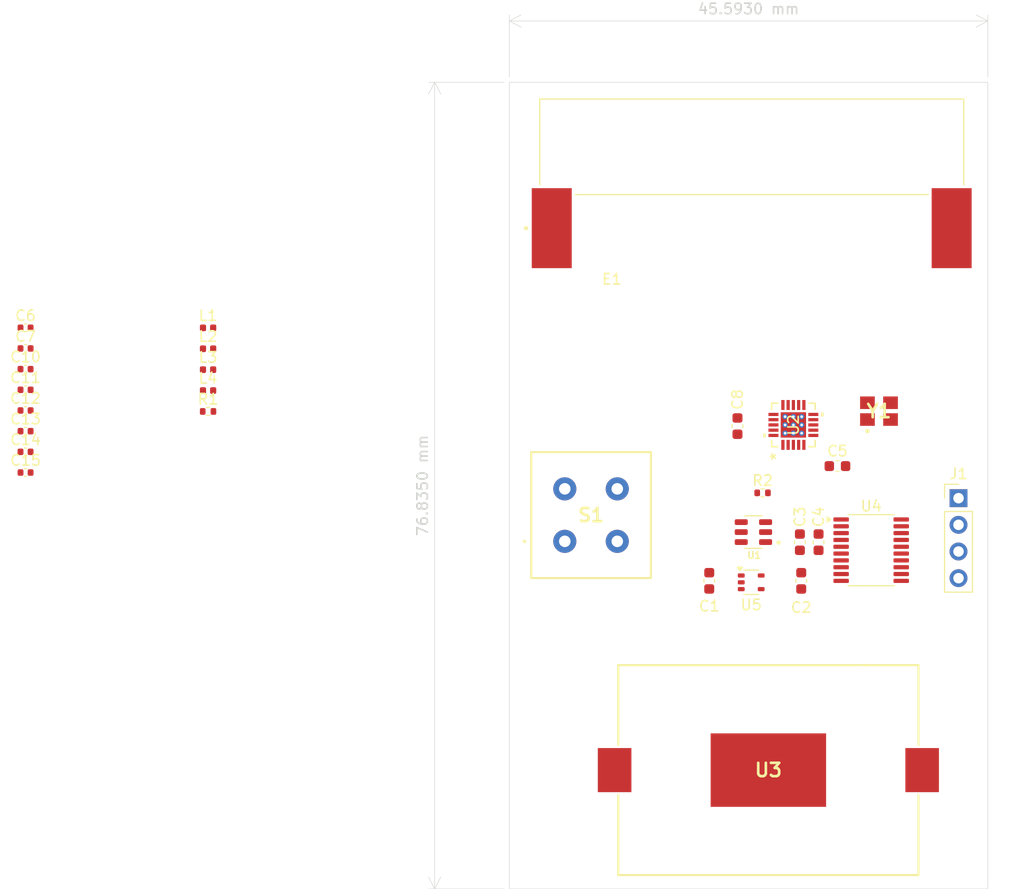
<source format=kicad_pcb>
(kicad_pcb (version 20240108) (generator "pcbnew") (generator_version "8.0")
  (layers (0 "F.Cu" signal) (31 "B.Cu" signal) (34 "B.Paste" user) (35 "F.Paste" user) (36 "B.SilkS" user "B.Silkscreen") (37 "F.SilkS" user "F.Silkscreen") (38 "B.Mask" user) (39 "F.Mask" user) (44 "Edge.Cuts" user))
  (net 0 "")
  (net 1 "+3V0")
  (net 2 "GND")
  (net 3 "VDD")
  (net 4 "Net-(U2-DCOUPL)")
  (net 5 "OSC_IN")
  (net 6 "OSC_OUT")
  (net 7 "Net-(C10-Pad1)")
  (net 8 "Net-(C10-Pad2)")
  (net 9 "RF_N")
  (net 10 "Net-(C13-Pad2)")
  (net 11 "Net-(C14-Pad1)")
  (net 12 "RF_P")
  (net 13 "Net-(C15-Pad2)")
  (net 14 "Net-(U1-OUT)")
  (net 16 "RBIAS")
  (net 17 "3V_Button")
  (net 20 "SPI_MOSI")
  (net 21 "GDO0")
  (net 22 "GDO2")
  (net 24 "SPI_MISO")
  (net 25 "PWR_DWN")
  (net 26 "SWCLK")
  (net 27 "SPI_NSS")
  (net 35 "SWDIO")
  (net 36 "SPI_SCLK")
  (footprint "Capacitor_SMD:C_0603_1608Metric" (layer "F.Cu") (at 175.26 89.662 -90)
    (property "Reference" "C2" (at 2.54 0 180) (layer "F.SilkS"))
    (property "Value" "1uF")
    (fp_line (start -0.14058 0.51) (end 0.14058 0.51) (stroke (width 0.12)) (layer "F.SilkS"))
    (fp_line (start -0.14058 -0.51) (end 0.14058 -0.51) (stroke (width 0.12)) (layer "F.SilkS"))
    (pad "1" smd roundrect (at -0.775 0 270) (size 0.9 0.95) (layers "F.Cu" "F.Paste" "F.Mask") (net 3 "VDD"))
    (pad "2" smd roundrect (at 0.775 0 270) (size 0.9 0.95) (layers "F.Cu" "F.Paste" "F.Mask") (net 2 "GND"))
  )
  (footprint "Inductor_SMD:L_0402_1005Metric" (layer "F.Cu") (at 118.748 67.553)
    (property "Reference" "L2" (at 0 -1.17 0) (layer "F.SilkS"))
    (property "Value" "18nH")
    (pad "1" smd roundrect (at -0.485 0) (size 0.59 0.64) (layers "F.Cu" "F.Paste" "F.Mask") (net 11 "Net-(C14-Pad1)"))
    (pad "2" smd roundrect (at 0.485 0) (size 0.59 0.64) (layers "F.Cu" "F.Paste" "F.Mask") (net 13 "Net-(C15-Pad2)"))
  )
  (footprint "Capacitor_SMD:C_0402_1005Metric" (layer "F.Cu") (at 101.358 71.463)
    (property "Reference" "C11" (at 0 -1.16 0) (layer "F.SilkS"))
    (property "Value" "6.8pF")
    (fp_line (start -0.107836 -0.36) (end 0.107836 -0.36) (stroke (width 0.12)) (layer "F.SilkS"))
    (fp_line (start -0.107836 0.36) (end 0.107836 0.36) (stroke (width 0.12)) (layer "F.SilkS"))
    (pad "1" smd roundrect (at -0.48 0) (size 0.56 0.62) (layers "F.Cu" "F.Paste" "F.Mask") (net 2 "GND"))
    (pad "2" smd roundrect (at 0.48 0) (size 0.56 0.62) (layers "F.Cu" "F.Paste" "F.Mask") (net 7 "Net-(C10-Pad1)"))
  )
  (footprint "Inductor_SMD:L_0402_1005Metric" (layer "F.Cu") (at 118.748 65.563)
    (property "Reference" "L1" (at 0 -1.17 0) (layer "F.SilkS"))
    (property "Value" "33nH")
    (pad "1" smd roundrect (at -0.485 0) (size 0.59 0.64) (layers "F.Cu" "F.Paste" "F.Mask") (net 9 "RF_N"))
    (pad "2" smd roundrect (at 0.485 0) (size 0.59 0.64) (layers "F.Cu" "F.Paste" "F.Mask") (net 11 "Net-(C14-Pad1)"))
  )
  (footprint "Capacitor_SMD:C_0603_1608Metric" (layer "F.Cu") (at 175.133 85.979 -90)
    (property "Reference" "C3" (at -2.413 0 90) (layer "F.SilkS"))
    (property "Value" "0.1uF")
    (fp_line (start -0.14058 0.51) (end 0.14058 0.51) (stroke (width 0.12)) (layer "F.SilkS"))
    (fp_line (start -0.14058 -0.51) (end 0.14058 -0.51) (stroke (width 0.12)) (layer "F.SilkS"))
    (pad "1" smd roundrect (at -0.775 0 270) (size 0.9 0.95) (layers "F.Cu" "F.Paste" "F.Mask") (net 3 "VDD"))
    (pad "2" smd roundrect (at 0.775 0 270) (size 0.9 0.95) (layers "F.Cu" "F.Paste" "F.Mask") (net 2 "GND"))
  )
  (footprint "Capacitor_SMD:C_0402_1005Metric" (layer "F.Cu") (at 101.358 77.373)
    (property "Reference" "C14" (at 0 -1.16 0) (layer "F.SilkS"))
    (property "Value" "6.8pF")
    (fp_line (start -0.107836 -0.36) (end 0.107836 -0.36) (stroke (width 0.12)) (layer "F.SilkS"))
    (fp_line (start -0.107836 0.36) (end 0.107836 0.36) (stroke (width 0.12)) (layer "F.SilkS"))
    (pad "1" smd roundrect (at -0.48 0) (size 0.56 0.62) (layers "F.Cu" "F.Paste" "F.Mask") (net 11 "Net-(C14-Pad1)"))
    (pad "2" smd roundrect (at 0.48 0) (size 0.56 0.62) (layers "F.Cu" "F.Paste" "F.Mask") (net 12 "RF_P"))
  )
  (footprint "Capacitor_SMD:C_0402_1005Metric" (layer "F.Cu") (at 101.358 79.343)
    (property "Reference" "C15" (at 0 -1.16 0) (layer "F.SilkS"))
    (property "Value" "12pF")
    (fp_line (start -0.107836 -0.36) (end 0.107836 -0.36) (stroke (width 0.12)) (layer "F.SilkS"))
    (fp_line (start -0.107836 0.36) (end 0.107836 0.36) (stroke (width 0.12)) (layer "F.SilkS"))
    (pad "1" smd roundrect (at -0.48 0) (size 0.56 0.62) (layers "F.Cu" "F.Paste" "F.Mask") (net 2 "GND"))
    (pad "2" smd roundrect (at 0.48 0) (size 0.56 0.62) (layers "F.Cu" "F.Paste" "F.Mask") (net 13 "Net-(C15-Pad2)"))
  )
  (footprint "Resistor_SMD:R_0402_1005Metric" (layer "F.Cu") (at 171.577 81.28)
    (property "Reference" "R2" (at 0 -1.17 0) (layer "F.SilkS"))
    (property "Value" "10k")
    (fp_line (start -0.153641 -0.38) (end 0.153641 -0.38) (stroke (width 0.12)) (layer "F.SilkS"))
    (fp_line (start -0.153641 0.38) (end 0.153641 0.38) (stroke (width 0.12)) (layer "F.SilkS"))
    (pad "1" smd roundrect (at -0.51 0) (size 0.54 0.64) (layers "F.Cu" "F.Paste" "F.Mask") (net 2 "GND"))
    (pad "2" smd roundrect (at 0.51 0) (size 0.54 0.64) (layers "F.Cu" "F.Paste" "F.Mask") (net 25 "PWR_DWN"))
  )
  (footprint "MAX16054AZT_T:SOT95P275X110-6N" (layer "F.Cu") (at 170.705 85.019 180)
    (property "Reference" "U1" (at -0.068 -2.2064 0) (layer "F.SilkS") (effects (font (size 0.64 0.64))))
    (property "Value" "MAX16054AZT_T")
    (fp_line (start -0.83 1.55) (end 0.83 1.55) (stroke (width 0.127)) (layer "F.SilkS"))
    (fp_line (start -0.83 -1.55) (end 0.83 -1.55) (stroke (width 0.127)) (layer "F.SilkS"))
    (fp_circle (center -2.4 -1) (end -2.3 -1) (stroke (width 0.2)) (fill none) (layer "F.SilkS"))
    (pad "1" smd roundrect (at -1.16 -0.95 180) (size 1.24 0.55) (layers "F.Cu" "F.Paste" "F.Mask") (net 17 "3V_Button"))
    (pad "2" smd roundrect (at -1.16 0 180) (size 1.24 0.55) (layers "F.Cu" "F.Paste" "F.Mask") (net 2 "GND"))
    (pad "3" smd roundrect (at -1.16 0.95 180) (size 1.24 0.55) (layers "F.Cu" "F.Paste" "F.Mask") (net 25 "PWR_DWN"))
    (pad "4" smd roundrect (at 1.16 0.95 180) (size 1.24 0.55) (layers "F.Cu" "F.Paste" "F.Mask"))
    (pad "5" smd roundrect (at 1.16 0 180) (size 1.24 0.55) (layers "F.Cu" "F.Paste" "F.Mask") (net 14 "Net-(U1-OUT)"))
    (pad "6" smd roundrect (at 1.16 -0.95 180) (size 1.24 0.55) (layers "F.Cu" "F.Paste" "F.Mask") (net 1 "+3V0"))
  )
  (footprint "SamacSys_Parts:NX3225GA16000MSTDCRG1" (layer "F.Cu") (at 182.669 73.495)
    (property "Reference" "Y1" (at 0 0 0) (layer "F.SilkS") (effects (font (size 1.27 1.27) (thickness 0.254))))
    (property "Value" "NX3225GA-26.000MHZ-EXS00A-CG01972" (hide yes))
    (fp_line (start -1.2 1.9) (end -1.2 1.9) (stroke (width 0.2)) (layer "F.SilkS"))
    (fp_line (start -1 1.9) (end -1 1.9) (stroke (width 0.2)) (layer "F.SilkS"))
    (fp_arc (start -1.2 1.9) (mid -1.1 1.8) (end -1 1.9) (stroke (width 0.2)) (layer "F.SilkS"))
    (fp_arc (start -1 1.9) (mid -1.1 2) (end -1.2 1.9) (stroke (width 0.2)) (layer "F.SilkS"))
    (pad "1" smd rect (at -1.1 0.8 90) (size 1.2 1.4) (layers "F.Cu" "F.Paste" "F.Mask") (net 5 "OSC_IN"))
    (pad "2" smd rect (at 1.1 0.8 90) (size 1.2 1.4) (layers "F.Cu" "F.Paste" "F.Mask") (net 2 "GND"))
    (pad "3" smd rect (at 1.1 -0.8 90) (size 1.2 1.4) (layers "F.Cu" "F.Paste" "F.Mask") (net 6 "OSC_OUT"))
    (pad "4" smd rect (at -1.1 -0.8 90) (size 1.2 1.4) (layers "F.Cu" "F.Paste" "F.Mask") (net 2 "GND"))
  )
  (footprint "Capacitor_SMD:C_0402_1005Metric" (layer "F.Cu") (at 101.358 75.403)
    (property "Reference" "C13" (at 0 -1.16 0) (layer "F.SilkS"))
    (property "Value" "220pF")
    (fp_line (start -0.107836 -0.36) (end 0.107836 -0.36) (stroke (width 0.12)) (layer "F.SilkS"))
    (fp_line (start -0.107836 0.36) (end 0.107836 0.36) (stroke (width 0.12)) (layer "F.SilkS"))
    (pad "1" smd roundrect (at -0.48 0) (size 0.56 0.62) (layers "F.Cu" "F.Paste" "F.Mask") (net 2 "GND"))
    (pad "2" smd roundrect (at 0.48 0) (size 0.56 0.62) (layers "F.Cu" "F.Paste" "F.Mask") (net 10 "Net-(C13-Pad2)"))
  )
  (footprint "Package_SO:TSSOP-20_4.4x6.5mm_P0.65mm" (layer "F.Cu") (at 181.9245 86.741)
    (property "Reference" "U4" (at 0 -4.2 0) (layer "F.SilkS"))
    (property "Value" "STM32C011F4Px")
    (fp_line (start 0 -3.385) (end -2.2 -3.385) (stroke (width 0.12)) (layer "F.SilkS"))
    (fp_line (start 0 -3.385) (end 2.2 -3.385) (stroke (width 0.12)) (layer "F.SilkS"))
    (fp_line (start 0 3.385) (end -2.2 3.385) (stroke (width 0.12)) (layer "F.SilkS"))
    (fp_line (start 0 3.385) (end 2.2 3.385) (stroke (width 0.12)) (layer "F.SilkS"))
    (fp_poly (pts (xy -3.86 -2.925) (xy -4.19 -3.165) (xy -4.19 -2.685) (xy -3.86 -2.925)) (stroke (width 0.12)) (fill solid) (layer "F.SilkS"))
    (pad "1" smd roundrect (at -2.8625 -2.925) (size 1.475 0.4) (layers "F.Cu" "F.Paste" "F.Mask") (net 25 "PWR_DWN"))
    (pad "2" smd roundrect (at -2.8625 -2.275) (size 1.475 0.4) (layers "F.Cu" "F.Paste" "F.Mask"))
    (pad "3" smd roundrect (at -2.8625 -1.625) (size 1.475 0.4) (layers "F.Cu" "F.Paste" "F.Mask"))
    (pad "4" smd roundrect (at -2.8625 -0.975) (size 1.475 0.4) (layers "F.Cu" "F.Paste" "F.Mask") (net 3 "VDD"))
    (pad "5" smd roundrect (at -2.8625 -0.325) (size 1.475 0.4) (layers "F.Cu" "F.Paste" "F.Mask") (net 2 "GND"))
    (pad "6" smd roundrect (at -2.8625 0.325) (size 1.475 0.4) (layers "F.Cu" "F.Paste" "F.Mask"))
    (pad "7" smd roundrect (at -2.8625 0.975) (size 1.475 0.4) (layers "F.Cu" "F.Paste" "F.Mask"))
    (pad "8" smd roundrect (at -2.8625 1.625) (size 1.475 0.4) (layers "F.Cu" "F.Paste" "F.Mask") (net 36 "SPI_SCLK"))
    (pad "9" smd roundrect (at -2.8625 2.275) (size 1.475 0.4) (layers "F.Cu" "F.Paste" "F.Mask") (net 20 "SPI_MOSI"))
    (pad "10" smd roundrect (at -2.8625 2.925) (size 1.475 0.4) (layers "F.Cu" "F.Paste" "F.Mask"))
    (pad "11" smd roundrect (at 2.8625 2.925) (size 1.475 0.4) (layers "F.Cu" "F.Paste" "F.Mask") (net 27 "SPI_NSS"))
    (pad "12" smd roundrect (at 2.8625 2.275) (size 1.475 0.4) (layers "F.Cu" "F.Paste" "F.Mask"))
    (pad "13" smd roundrect (at 2.8625 1.625) (size 1.475 0.4) (layers "F.Cu" "F.Paste" "F.Mask") (net 24 "SPI_MISO"))
    (pad "14" smd roundrect (at 2.8625 0.975) (size 1.475 0.4) (layers "F.Cu" "F.Paste" "F.Mask"))
    (pad "15" smd roundrect (at 2.8625 0.325) (size 1.475 0.4) (layers "F.Cu" "F.Paste" "F.Mask"))
    (pad "16" smd roundrect (at 2.8625 -0.325) (size 1.475 0.4) (layers "F.Cu" "F.Paste" "F.Mask"))
    (pad "17" smd roundrect (at 2.8625 -0.975) (size 1.475 0.4) (layers "F.Cu" "F.Paste" "F.Mask") (net 21 "GDO0"))
    (pad "18" smd roundrect (at 2.8625 -1.625) (size 1.475 0.4) (layers "F.Cu" "F.Paste" "F.Mask") (net 35 "SWDIO"))
    (pad "19" smd roundrect (at 2.8625 -2.275) (size 1.475 0.4) (layers "F.Cu" "F.Paste" "F.Mask") (net 26 "SWCLK"))
    (pad "20" smd roundrect (at 2.8625 -2.925) (size 1.475 0.4) (layers "F.Cu" "F.Paste" "F.Mask") (net 22 "GDO2"))
  )
  (footprint "Inductor_SMD:L_0402_1005Metric" (layer "F.Cu") (at 118.748 71.533)
    (property "Reference" "L4" (at 0 -1.17 0) (layer "F.SilkS"))
    (property "Value" "33nH")
    (pad "1" smd roundrect (at -0.485 0) (size 0.59 0.64) (layers "F.Cu" "F.Paste" "F.Mask") (net 13 "Net-(C15-Pad2)"))
    (pad "2" smd roundrect (at 0.485 0) (size 0.59 0.64) (layers "F.Cu" "F.Paste" "F.Mask") (net 7 "Net-(C10-Pad1)"))
  )
  (footprint "Inductor_SMD:L_0402_1005Metric" (layer "F.Cu") (at 118.748 69.543)
    (property "Reference" "L3" (at 0 -1.17 0) (layer "F.SilkS"))
    (property "Value" "33nH")
    (pad "1" smd roundrect (at -0.485 0) (size 0.59 0.64) (layers "F.Cu" "F.Paste" "F.Mask") (net 10 "Net-(C13-Pad2)"))
    (pad "2" smd roundrect (at 0.485 0) (size 0.59 0.64) (layers "F.Cu" "F.Paste" "F.Mask") (net 12 "RF_P"))
  )
  (footprint "ANT-315-HESM:XDCR_ANT-315-HESM" (layer "F.Cu") (at 170.542 56.061)
    (property "Reference" "E1" (at -13.325 4.865 0) (layer "F.SilkS"))
    (property "Value" "ANT-315-HESM")
    (fp_line (start -20.2 -12.3) (end -20.2 -4.13) (stroke (width 0.127)) (layer "F.SilkS"))
    (fp_line (start -20.2 -12.3) (end 20.2 -12.3) (stroke (width 0.127)) (layer "F.SilkS"))
    (fp_line (start 16.825 -3.2) (end -16.825 -3.2) (stroke (width 0.127)) (layer "F.SilkS"))
    (fp_line (start 20.2 -12.3) (end 20.2 -4.13) (stroke (width 0.127)) (layer "F.SilkS"))
    (fp_circle (center -21.5 0) (end -21.4 0) (stroke (width 0.2)) (fill none) (layer "F.SilkS"))
    (pad "1" smd rect (at -19.05 0) (size 3.81 7.62) (layers "F.Cu" "F.Paste" "F.Mask") (net 8 "Net-(C10-Pad2)"))
    (pad "2" smd rect (at 19.05 0) (size 3.81 7.62) (layers "F.Cu" "F.Paste" "F.Mask"))
  )
  (footprint "Capacitor_SMD:C_0402_1005Metric" (layer "F.Cu") (at 101.358 73.433)
    (property "Reference" "C12" (at 0 -1.16 0) (layer "F.SilkS"))
    (property "Value" "6.8pF")
    (fp_line (start -0.107836 -0.36) (end 0.107836 -0.36) (stroke (width 0.12)) (layer "F.SilkS"))
    (fp_line (start -0.107836 0.36) (end 0.107836 0.36) (stroke (width 0.12)) (layer "F.SilkS"))
    (pad "1" smd roundrect (at -0.48 0) (size 0.56 0.62) (layers "F.Cu" "F.Paste" "F.Mask") (net 9 "RF_N"))
    (pad "2" smd roundrect (at 0.48 0) (size 0.56 0.62) (layers "F.Cu" "F.Paste" "F.Mask") (net 2 "GND"))
  )
  (footprint "Capacitor_SMD:C_0603_1608Metric" (layer "F.Cu") (at 178.711349 78.730351)
    (property "Reference" "C5" (at 0 -1.43 0) (layer "F.SilkS"))
    (property "Value" "0.1uF")
    (fp_line (start -0.14058 -0.51) (end 0.14058 -0.51) (stroke (width 0.12)) (layer "F.SilkS"))
    (fp_line (start -0.14058 0.51) (end 0.14058 0.51) (stroke (width 0.12)) (layer "F.SilkS"))
    (pad "1" smd roundrect (at -0.775 0) (size 0.9 0.95) (layers "F.Cu" "F.Paste" "F.Mask") (net 4 "Net-(U2-DCOUPL)"))
    (pad "2" smd roundrect (at 0.775 0) (size 0.9 0.95) (layers "F.Cu" "F.Paste" "F.Mask") (net 2 "GND"))
  )
  (footprint "Capacitor_SMD:C_0603_1608Metric" (layer "F.Cu") (at 169.186349 74.920351 -90)
    (property "Reference" "C8" (at -2.54 0 90) (layer "F.SilkS"))
    (property "Value" "0.1uF")
    (fp_line (start -0.14058 0.51) (end 0.14058 0.51) (stroke (width 0.12)) (layer "F.SilkS"))
    (fp_line (start -0.14058 -0.51) (end 0.14058 -0.51) (stroke (width 0.12)) (layer "F.SilkS"))
    (pad "1" smd roundrect (at -0.775 0 270) (size 0.9 0.95) (layers "F.Cu" "F.Paste" "F.Mask") (net 3 "VDD"))
    (pad "2" smd roundrect (at 0.775 0 270) (size 0.9 0.95) (layers "F.Cu" "F.Paste" "F.Mask") (net 2 "GND"))
  )
  (footprint "Capacitor_SMD:C_0402_1005Metric" (layer "F.Cu") (at 101.358 67.523)
    (property "Reference" "C7" (at 0 -1.16 0) (layer "F.SilkS"))
    (property "Value" "27pF")
    (fp_line (start -0.107836 -0.36) (end 0.107836 -0.36) (stroke (width 0.12)) (layer "F.SilkS"))
    (fp_line (start -0.107836 0.36) (end 0.107836 0.36) (stroke (width 0.12)) (layer "F.SilkS"))
    (pad "1" smd roundrect (at -0.48 0) (size 0.56 0.62) (layers "F.Cu" "F.Paste" "F.Mask") (net 6 "OSC_OUT"))
    (pad "2" smd roundrect (at 0.48 0) (size 0.56 0.62) (layers "F.Cu" "F.Paste" "F.Mask") (net 2 "GND"))
  )
  (footprint "Capacitor_SMD:C_0603_1608Metric" (layer "F.Cu") (at 176.911 85.979 -90)
    (property "Reference" "C4" (at -2.413 0 90) (layer "F.SilkS"))
    (property "Value" "0.1uF")
    (fp_line (start -0.14058 0.51) (end 0.14058 0.51) (stroke (width 0.12)) (layer "F.SilkS"))
    (fp_line (start -0.14058 -0.51) (end 0.14058 -0.51) (stroke (width 0.12)) (layer "F.SilkS"))
    (pad "1" smd roundrect (at -0.775 0 270) (size 0.9 0.95) (layers "F.Cu" "F.Paste" "F.Mask") (net 3 "VDD"))
    (pad "2" smd roundrect (at 0.775 0 270) (size 0.9 0.95) (layers "F.Cu" "F.Paste" "F.Mask") (net 2 "GND"))
  )
  (footprint "CC1101:RGP20_2P4X2P4" (layer "F.Cu") (at 174.513999 74.80935 90)
    (property "Reference" "U2" (at 0 0 90) (layer "F.SilkS"))
    (property "Value" "CC1101RGPR")
    (fp_line (start 2.0701 -2.0701) (end 1.485141 -2.0701) (stroke (width 0.1524)) (layer "F.SilkS"))
    (fp_line (start -1.485141 -2.0701) (end -2.0701 -2.0701) (stroke (width 0.1524)) (layer "F.SilkS"))
    (fp_line (start -2.0701 -2.0701) (end -2.0701 -1.485141) (stroke (width 0.1524)) (layer "F.SilkS"))
    (fp_line (start 2.0701 -1.485141) (end 2.0701 -2.0701) (stroke (width 0.1524)) (layer "F.SilkS"))
    (fp_line (start -2.0701 1.485141) (end -2.0701 2.0701) (stroke (width 0.1524)) (layer "F.SilkS"))
    (fp_line (start 2.0701 2.0701) (end 2.0701 1.485141) (stroke (width 0.1524)) (layer "F.SilkS"))
    (fp_line (start 1.485141 2.0701) (end 2.0701 2.0701) (stroke (width 0.1524)) (layer "F.SilkS"))
    (fp_line (start -2.0701 2.0701) (end -1.485141 2.0701) (stroke (width 0.1524)) (layer "F.SilkS"))
    (fp_poly (pts (xy -1.190501 -2.6289) (xy -1.190501 -2.8829) (xy -0.809501 -2.8829) (xy -0.809501 -2.6289)) (fill solid) (layer "F.SilkS"))
    (fp_poly (pts (xy 0.809501 2.6289) (xy 0.809501 2.8829) (xy 1.190501 2.8829) (xy 1.190501 2.6289)) (fill solid) (layer "F.SilkS"))
    (fp_text user "*" (at -3.0099 -1.631 90) (layer "F.SilkS"))
    (fp_text user "*" (at -3.0099 -1.631 90) (layer "F.SilkS"))
    (pad "1" smd rect (at -1.89865 -1.000001 180) (size 0.3048 0.9525) (layers "F.Cu" "F.Paste" "F.Mask") (net 36 "SPI_SCLK"))
    (pad "2" smd rect (at -1.89865 -0.499999 180) (size 0.3048 0.9525) (layers "F.Cu" "F.Paste" "F.Mask") (net 24 "SPI_MISO"))
    (pad "3" smd rect (at -1.89865 0 180) (size 0.3048 0.9525) (layers "F.Cu" "F.Paste" "F.Mask") (net 22 "GDO2"))
    (pad "4" smd rect (at -1.89865 0.499999 180) (size 0.3048 0.9525) (layers "F.Cu" "F.Paste" "F.Mask") (net 3 "VDD"))
    (pad "5" smd rect (at -1.89865 1.000001 180) (size 0.3048 0.9525) (layers "F.Cu" "F.Paste" "F.Mask") (net 4 "Net-(U2-DCOUPL)"))
    (pad "6" smd rect (at -1.000001 1.89865 90) (size 0.3048 0.9525) (layers "F.Cu" "F.Paste" "F.Mask") (net 21 "GDO0"))
    (pad "7" smd rect (at -0.499999 1.89865 90) (size 0.3048 0.9525) (layers "F.Cu" "F.Paste" "F.Mask") (net 27 "SPI_NSS"))
    (pad "8" smd rect (at 0 1.89865 90) (size 0.3048 0.9525) (layers "F.Cu" "F.Paste" "F.Mask") (net 5 "OSC_IN"))
    (pad "9" smd rect (at 0.499999 1.89865 90) (size 0.3048 0.9525) (layers "F.Cu" "F.Paste" "F.Mask") (net 3 "VDD"))
    (pad "10" smd rect (at 1.000001 1.89865 90) (size 0.3048 0.9525) (layers "F.Cu" "F.Paste" "F.Mask") (net 6 "OSC_OUT"))
    (pad "11" smd rect (at 1.89865 1.000001 180) (size 0.3048 0.9525) (layers "F.Cu" "F.Paste" "F.Mask") (net 3 "VDD"))
    (pad "12" smd rect (at 1.89865 0.499999 180) (size 0.3048 0.9525) (layers "F.Cu" "F.Paste" "F.Mask") (net 12 "RF_P"))
    (pad "13" smd rect (at 1.89865 0 180) (size 0.3048 0.9525) (layers "F.Cu" "F.Paste" "F.Mask") (net 9 "RF_N"))
    (pad "14" smd rect (at 1.89865 -0.499999 180) (size 0.3048 0.9525) (layers "F.Cu" "F.Paste" "F.Mask") (net 3 "VDD"))
    (pad "15" smd rect (at 1.89865 -1.000001 180) (size 0.3048 0.9525) (layers "F.Cu" "F.Paste" "F.Mask") (net 3 "VDD"))
    (pad "16" smd rect (at 1.000001 -1.89865 90) (size 0.3048 0.9525) (layers "F.Cu" "F.Paste" "F.Mask") (net 2 "GND"))
    (pad "17" smd rect (at 0.499999 -1.89865 90) (size 0.3048 0.9525) (layers "F.Cu" "F.Paste" "F.Mask") (net 16 "RBIAS"))
    (pad "18" smd rect (at 0 -1.89865 90) (size 0.3048 0.9525) (layers "F.Cu" "F.Paste" "F.Mask") (net 3 "VDD"))
    (pad "19" smd rect (at -0.499999 -1.89865 90) (size 0.3048 0.9525) (layers "F.Cu" "F.Paste" "F.Mask") (net 2 "GND"))
    (pad "20" smd rect (at -1.000001 -1.89865 90) (size 0.3048 0.9525) (layers "F.Cu" "F.Paste" "F.Mask") (net 20 "SPI_MOSI"))
    (pad "21" smd rect (at 0 0 90) (size 2.413 2.413) (layers "F.Cu") (net 2 "GND"))
    (pad "V" thru_hole circle (at -0.7874 -0.7874 90) (size 0.508 0.508) (drill 0.254) (layers "*.Cu" "*.Mask"))
    (pad "V" thru_hole circle (at -0.7874 0 90) (size 0.508 0.508) (drill 0.254) (layers "*.Cu" "*.Mask"))
    (pad "V" thru_hole circle (at -0.7874 0.7874 90) (size 0.508 0.508) (drill 0.254) (layers "*.Cu" "*.Mask"))
    (pad "V" thru_hole circle (at 0 -0.7874 90) (size 0.508 0.508) (drill 0.254) (layers "*.Cu" "*.Mask"))
    (pad "V" thru_hole circle (at 0 0 90) (size 0.508 0.508) (drill 0.254) (layers "*.Cu" "*.Mask"))
    (pad "V" thru_hole circle (at 0 0.7874 90) (size 0.508 0.508) (drill 0.254) (layers "*.Cu" "*.Mask"))
    (pad "V" thru_hole circle (at 0.7874 -0.7874 90) (size 0.508 0.508) (drill 0.254) (layers "*.Cu" "*.Mask"))
    (pad "V" thru_hole circle (at 0.7874 0 90) (size 0.508 0.508) (drill 0.254) (layers "*.Cu" "*.Mask"))
    (pad "V" thru_hole circle (at 0.7874 0.7874 90) (size 0.508 0.508) (drill 0.254) (layers "*.Cu" "*.Mask"))
  )
  (footprint "Connector_PinHeader_2.54mm:PinHeader_1x04_P2.54mm_Vertical" (layer "F.Cu") (at 190.246 81.788)
    (property "Reference" "J1" (at 0 -2.33 0) (layer "F.SilkS"))
    (property "Value" "Conn_01x04_Pin")
    (fp_line (start -1.33 -1.33) (end 0 -1.33) (stroke (width 0.12)) (layer "F.SilkS"))
    (fp_line (start -1.33 0) (end -1.33 -1.33) (stroke (width 0.12)) (layer "F.SilkS"))
    (fp_line (start -1.33 1.27) (end -1.33 8.95) (stroke (width 0.12)) (layer "F.SilkS"))
    (fp_line (start -1.33 1.27) (end 1.33 1.27) (stroke (width 0.12)) (layer "F.SilkS"))
    (fp_line (start -1.33 8.95) (end 1.33 8.95) (stroke (width 0.12)) (layer "F.SilkS"))
    (fp_line (start 1.33 1.27) (end 1.33 8.95) (stroke (width 0.12)) (layer "F.SilkS"))
    (pad "1" thru_hole rect (at 0 0) (size 1.7 1.7) (drill 1) (layers "*.Cu" "*.Mask") (net 2 "GND"))
    (pad "2" thru_hole oval (at 0 2.54) (size 1.7 1.7) (drill 1) (layers "*.Cu" "*.Mask") (net 26 "SWCLK"))
    (pad "3" thru_hole oval (at 0 5.08) (size 1.7 1.7) (drill 1) (layers "*.Cu" "*.Mask") (net 35 "SWDIO"))
    (pad "4" thru_hole oval (at 0 7.62) (size 1.7 1.7) (drill 1) (layers "*.Cu" "*.Mask") (net 3 "VDD"))
  )
  (footprint "SamacSys_Parts:D6C90F2LFS" (layer "F.Cu") (at 152.734 85.899)
    (property "Reference" "S1" (at 2.5 -2.5 0) (layer "F.SilkS") (effects (font (size 1.27 1.27) (thickness 0.254))))
    (property "Value" "D6C90F2LFS" (hide yes))
    (fp_line (start -3.9 0) (end -3.9 0) (stroke (width 0.2)) (layer "F.SilkS"))
    (fp_line (start -3.9 0) (end -3.9 0) (stroke (width 0.2)) (layer "F.SilkS"))
    (fp_line (start -3.8 0) (end -3.8 0) (stroke (width 0.2)) (layer "F.SilkS"))
    (fp_line (start -3.2 -8.5) (end 8.2 -8.5) (stroke (width 0.2)) (layer "F.SilkS"))
    (fp_line (start -3.2 3.5) (end -3.2 -8.5) (stroke (width 0.2)) (layer "F.SilkS"))
    (fp_line (start 8.2 -8.5) (end 8.2 3.5) (stroke (width 0.2)) (layer "F.SilkS"))
    (fp_line (start 8.2 3.5) (end -3.2 3.5) (stroke (width 0.2)) (layer "F.SilkS"))
    (fp_arc (start -3.9 0) (mid -3.85 -0.05) (end -3.8 0) (stroke (width 0.2)) (layer "F.SilkS"))
    (fp_arc (start -3.8 0) (mid -3.85 0.05) (end -3.9 0) (stroke (width 0.2)) (layer "F.SilkS"))
    (fp_arc (start -3.8 0) (mid -3.85 0.05) (end -3.9 0) (stroke (width 0.2)) (layer "F.SilkS"))
    (pad "1" thru_hole circle (at 0 0) (size 2.2 2.2) (drill 1.1) (layers "*.Cu" "*.Mask") (net 1 "+3V0"))
    (pad "2" thru_hole circle (at 5 0) (size 2.2 2.2) (drill 1.1) (layers "*.Cu" "*.Mask") (net 1 "+3V0"))
    (pad "3" thru_hole circle (at 0 -5) (size 2.2 2.2) (drill 1.1) (layers "*.Cu" "*.Mask") (net 17 "3V_Button"))
    (pad "4" thru_hole circle (at 5 -5) (size 2.2 2.2) (drill 1.1) (layers "*.Cu" "*.Mask") (net 17 "3V_Button"))
  )
  (footprint "Capacitor_SMD:C_0402_1005Metric" (layer "F.Cu") (at 101.358 65.553)
    (property "Reference" "C6" (at 0 -1.16 0) (layer "F.SilkS"))
    (property "Value" "27pF")
    (fp_line (start -0.107836 -0.36) (end 0.107836 -0.36) (stroke (width 0.12)) (layer "F.SilkS"))
    (fp_line (start -0.107836 0.36) (end 0.107836 0.36) (stroke (width 0.12)) (layer "F.SilkS"))
    (pad "1" smd roundrect (at -0.48 0) (size 0.56 0.62) (layers "F.Cu" "F.Paste" "F.Mask") (net 5 "OSC_IN"))
    (pad "2" smd roundrect (at 0.48 0) (size 0.56 0.62) (layers "F.Cu" "F.Paste" "F.Mask") (net 2 "GND"))
  )
  (footprint "Resistor_SMD:R_0402_1005Metric" (layer "F.Cu") (at 118.748 73.523)
    (property "Reference" "R1" (at 0 -1.17 0) (layer "F.SilkS"))
    (property "Value" "56k")
    (fp_line (start -0.153641 -0.38) (end 0.153641 -0.38) (stroke (width 0.12)) (layer "F.SilkS"))
    (fp_line (start -0.153641 0.38) (end 0.153641 0.38) (stroke (width 0.12)) (layer "F.SilkS"))
    (pad "1" smd roundrect (at -0.51 0) (size 0.54 0.64) (layers "F.Cu" "F.Paste" "F.Mask") (net 16 "RBIAS"))
    (pad "2" smd roundrect (at 0.51 0) (size 0.54 0.64) (layers "F.Cu" "F.Paste" "F.Mask") (net 2 "GND"))
  )
  (footprint "SamacSys_Parts:BU2032SMJJGTR" (layer "F.Cu") (at 172.13 107.696)
    (property "Reference" "U3" (at 0 0 0) (layer "F.SilkS") (effects (font (size 1.27 1.27) (thickness 0.254))))
    (property "Value" "BU2032SM-JJ-GTR" (hide yes))
    (fp_line (start -14.3 -10) (end -14.3 -10) (stroke (width 0.2)) (layer "F.SilkS"))
    (fp_line (start -14.3 -10) (end -14.3 -2.4) (stroke (width 0.2)) (layer "F.SilkS"))
    (fp_line (start -14.3 2.4) (end -14.3 10) (stroke (width 0.2)) (layer "F.SilkS"))
    (fp_line (start -14.3 10) (end -14.3 10) (stroke (width 0.2)) (layer "F.SilkS"))
    (fp_line (start -14.3 10) (end -0.2 10) (stroke (width 0.2)) (layer "F.SilkS"))
    (fp_line (start -5.2 -10) (end -14.3 -10) (stroke (width 0.2)) (layer "F.SilkS"))
    (fp_line (start -0.4 10) (end 12.4 10) (stroke (width 0.2)) (layer "F.SilkS"))
    (fp_line (start 9.2 -10) (end 9.2 -10) (stroke (width 0.2)) (layer "F.SilkS"))
    (fp_line (start 9.4 -10) (end -5.2 -10) (stroke (width 0.2)) (layer "F.SilkS"))
    (fp_line (start 12.4 10) (end 14.2 10) (stroke (width 0.2)) (layer "F.SilkS"))
    (fp_line (start 14.2 10) (end 14.3 10) (stroke (width 0.2)) (layer "F.SilkS"))
    (fp_line (start 14.3 -10) (end 9.2 -10) (stroke (width 0.2)) (layer "F.SilkS"))
    (fp_line (start 14.3 -2.4) (end 14.3 -10) (stroke (width 0.2)) (layer "F.SilkS"))
    (fp_line (start 14.3 10) (end 14.3 2.4) (stroke (width 0.2)) (layer "F.SilkS"))
    (pad "1" smd rect (at -14.65 0) (size 3.2 4.2) (layers "F.Cu" "F.Paste" "F.Mask") (net 1 "+3V0"))
    (pad "2" smd rect (at 14.65 0) (size 3.2 4.2) (layers "F.Cu" "F.Paste" "F.Mask") (net 2 "GND"))
    (pad "3" smd rect (at 0 0 90) (size 7 11) (layers "F.Cu" "F.Paste" "F.Mask"))
  )
  (footprint "Package_TO_SOT_SMD:SOT-353_SC-70-5" (layer "F.Cu") (at 170.495 89.804)
    (property "Reference" "U5" (at 0 2.144 0) (layer "F.SilkS"))
    (property "Value" "TLV70028_SOT353")
    (fp_line (start -0.71 -1.16) (end 0.7 -1.16) (stroke (width 0.12)) (layer "F.SilkS"))
    (fp_line (start -0.7 1.16) (end 0.7 1.16) (stroke (width 0.12)) (layer "F.SilkS"))
    (fp_poly (pts (xy -1.08 -1.11) (xy -1.32 -1.44) (xy -0.84 -1.44) (xy -1.08 -1.11)) (stroke (width 0.12)) (fill solid) (layer "F.SilkS"))
    (pad "1" smd roundrect (at -0.95 -0.65) (size 0.65 0.4) (layers "F.Cu" "F.Paste" "F.Mask") (net 1 "+3V0"))
    (pad "2" smd roundrect (at -0.95 0) (size 0.65 0.4) (layers "F.Cu" "F.Paste" "F.Mask") (net 2 "GND"))
    (pad "3" smd roundrect (at -0.95 0.65) (size 0.65 0.4) (layers "F.Cu" "F.Paste" "F.Mask") (net 14 "Net-(U1-OUT)"))
    (pad "4" smd roundrect (at 0.95 0.65) (size 0.65 0.4) (layers "F.Cu" "F.Paste" "F.Mask"))
    (pad "5" smd roundrect (at 0.95 -0.65) (size 0.65 0.4) (layers "F.Cu" "F.Paste" "F.Mask") (net 3 "VDD"))
  )
  (footprint "Capacitor_SMD:C_0402_1005Metric" (layer "F.Cu") (at 101.358 69.493)
    (property "Reference" "C10" (at 0 -1.16 0) (layer "F.SilkS"))
    (property "Value" "220pF")
    (fp_line (start -0.107836 -0.36) (end 0.107836 -0.36) (stroke (width 0.12)) (layer "F.SilkS"))
    (fp_line (start -0.107836 0.36) (end 0.107836 0.36) (stroke (width 0.12)) (layer "F.SilkS"))
    (pad "1" smd roundrect (at -0.48 0) (size 0.56 0.62) (layers "F.Cu" "F.Paste" "F.Mask") (net 7 "Net-(C10-Pad1)"))
    (pad "2" smd roundrect (at 0.48 0) (size 0.56 0.62) (layers "F.Cu" "F.Paste" "F.Mask") (net 8 "Net-(C10-Pad2)"))
  )
  (footprint "Capacitor_SMD:C_0603_1608Metric" (layer "F.Cu") (at 166.497 89.662 -90)
    (property "Reference" "C1" (at 2.413 0 180) (layer "F.SilkS"))
    (property "Value" "1uF")
    (fp_line (start -0.14058 0.51) (end 0.14058 0.51) (stroke (width 0.12)) (layer "F.SilkS"))
    (fp_line (start -0.14058 -0.51) (end 0.14058 -0.51) (stroke (width 0.12)) (layer "F.SilkS"))
    (pad "1" smd roundrect (at -0.775 0 270) (size 0.9 0.95) (layers "F.Cu" "F.Paste" "F.Mask") (net 1 "+3V0"))
    (pad "2" smd roundrect (at 0.775 0 270) (size 0.9 0.95) (layers "F.Cu" "F.Paste" "F.Mask") (net 2 "GND"))
  )
  (gr_rect (start 147.447 42.164) (end 193.04 118.999) (stroke (width 0.05)) (fill none) (layer "Edge.Cuts"))
  (dimension (type aligned) (layer "Edge.Cuts") (pts (xy 147.447 42.164) (xy 193.04 42.164)) (height -5.842) (gr_text "45.5930 mm" (at 170.2435 35.172 0) (layer "Edge.Cuts") (effects (font (size 1 1) (thickness 0.15)))) (format (prefix "") (suffix "") (units 3) (units_format 1) (precision 4)) (style (thickness 0.05) (arrow_length 1.27) (text_position_mode 0) (extension_height 0.58642) (extension_offset 0.5) keep_text_aligned))
  (dimension (type aligned) (layer "Edge.Cuts") (pts (xy 147.447 118.999) (xy 147.447 42.164)) (height -7.112) (gr_text "76.8350 mm" (at 139.185 80.5815 90) (layer "Edge.Cuts") (effects (font (size 1 1) (thickness 0.15)))) (format (prefix "") (suffix "") (units 3) (units_format 1) (precision 4)) (style (thickness 0.05) (arrow_length 1.27) (text_position_mode 0) (extension_height 0.58642) (extension_offset 0.5) keep_text_aligned))
)
</source>
